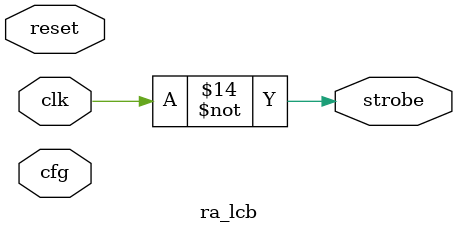
<source format=v>



`timescale 1 ns / 1 ns

/*
Config_LCB

   31 enable delay
   30 sdr=0 ddr=1
28:29 tap1 sel (pulse width)
26:27 tap2 sel (pulse 2 separation gross)
24:25 tap3 sel (pulse 2 separation fine)
*/

module  ra_lcb #(

    parameter GENMODE = 0

) (
    input         clk,
    input         reset,
    input [0:31]  cfg,
    output        strobe

);

reg               no_delay_q;
reg               no_delay_b_q;
reg               ddr_q;
reg    [0:3]      tap1_sel_q;
reg    [0:2]      tap2_sel_q;
reg    [0:3]      tap3_sel_q;

wire   [0:3]      delay1;
wire   [0:3]      tap1;
wire              tap1_b;
wire              pulse1_b;
wire              delay2_b;
wire   [0:15]     delay2;
wire   [0:2]      tap2;
wire              tap2_b;
wire   [0:3]      delay3;
wire   [0:3]      tap3;
wire              pulse2_b;
wire              pulse;

// predecode and keep locally
//wtf  make these dff cells?
always @(posedge clk) begin

   no_delay_q      <= ~cfg[31];
   no_delay_b_q    <= cfg[31];
   ddr_q           <= cfg[30];
   tap1_sel_q[0]   <= cfg[28:29] == 2'b00;
   tap1_sel_q[1]   <= cfg[28:29] == 2'b01;
   tap1_sel_q[2]   <= cfg[28:29] == 2'b10;
   tap1_sel_q[3]   <= cfg[28:29] == 2'b11;
   tap2_sel_q[0]   <= cfg[26:27] == 2'b00;
   tap2_sel_q[1]   <= cfg[26:27] == 2'b01;
   tap2_sel_q[2]   <= cfg[26:27] == 2'b10;
   //tap2_sel_q[3]   <= cfg[26:27] == 2'b11;
   tap3_sel_q[0]   <= cfg[24:25] == 2'b00;
   tap3_sel_q[1]   <= cfg[24:25] == 2'b01;
   tap3_sel_q[2]   <= cfg[24:25] == 2'b10;
   tap3_sel_q[3]   <= cfg[24:25] == 2'b11;

end

// generate strobe
// array needs strobe to precharge the bitlines before evaluate phase
// strobe is AND'd with enable/addr to create precharge signal -> strobe=0 == precharge
// sdr: one strobe per clk
// ddr: two strobes per clk; early/late select for addr sel/data out latch

generate

if (GENMODE == 0)

   assign strobe = ~clk;

else begin

   genvar i;

   // dly1 - create pulse 1 (and 2 if ddr) width
   sky130_fd_sc_hd__buf_1 dly1_0(.A(clk), .X(delay1[0]));

   //wtf need to size properly; could spread into 1/2/4/7 etc.
   // there are buf_[1,2,4,6,8,12,16]
   //           bufbuf_[8,16]
   //           clkbuf_[1,2,4,8,16]
   //           clkdlybufs15_[1,2]
   //           clkdlybufs18_[1,2]
   //           clkdlybufs25_[1,2]
   //           blkdlybufs50_[1,2]
   for (i = 1; i < 4; i = i + 1) begin
      sky130_fd_sc_hd__buf_1 dly1_n(.A(delay1[i-1]), .X(delay1[i]));
   end

   for (i = 0; i < 4; i = i + 1) begin
      sky130_fd_sc_hd__and2_1 dly1_sel(.A(tap1_sel_q[i]), .B(delay1[i]), .X(tap1[i]));
   end

   sky130_fd_sc_hd__nor4_1 dly1_or(.A(tap1[0]), .B(tap1[1]), .C(tap1[2]), .D(tap1[3]), .X(tap1_b));

   sky130_fd_sc_hd__nand2_1 dly1_out(.A(clk), .B(tap1_b), .Y(pulse1_b));

   // dly2 - create pulse 2 separation (disable for sdr)
   sky130_fd_sc_hd__and2_1 dly2_in(.A(ddr_q), .B(pulse1_b), .X(delay2_b));
   sky130_fd_sc_hd__inv_1 dly2_0(.A(delay2_b), .Y(delay2[0]));

   // 2-stage
   // +8/12/16
   // +0/1/2/3
   for (i = 1; i < 16; i = i + 1) begin
      sky130_fd_sc_hd__inv_1 dly2_n(.A(delay2[i-1]), .Y(delay2[i]));
   end

   sky130_fd_sc_hd__and2_1 dly2_sel0(.A(tap2_sel_q[0]), .B(delay2[7]),  .X(tap2[0]));
   sky130_fd_sc_hd__and2_1 dly2_sel1(.A(tap2_sel_q[1]), .B(delay2[11]), .X(tap2[1]));
   sky130_fd_sc_hd__and2_1 dly2_sel2(.A(tap2_sel_q[2]), .B(delay2[15]), .X(tap2[2]));

   sky130_fd_sc_hd__or3_1 dly3_0(.A(tap2[0]), .B(tap2[1]), .C(tap2[2]), .X(delay3[0]));
   for (i = 1; i < 4; i = i + 1) begin
      sky130_fd_sc_hd__buf_1 dly3_n (.A(delay3[i-1]), .X(delay3[i]));
   end

   for (i = 0; i < 4; i = i + 1) begin
      sky130_fd_sc_hd__and2_1 dly3_sel(.A(tap3_sel_q[i]), .B(delay3[i]), .X(tap3[i]));
   end

   sky130_fd_sc_hd__nor4_1 dly3_out(.A(tap3[0]), .B(tap3[1]), .C(tap3[2]), .D(tap3[3]), .X(pulse2_b));

   // combine
   sky130_fd_sc_hd__nand2_1 pulse12(.A(pulse1_b), .B(pulse2_b), .Y(pulse));

   // select and invert (neg-active precharge)
   sky130_fd_sc_hd__a22oi_1 strobe_out(.A1(no_delay_q), .A2(clk), .B1(no_delay_b_q), .B2(pulse), .X(strobe));

end

endgenerate

endmodule


</source>
